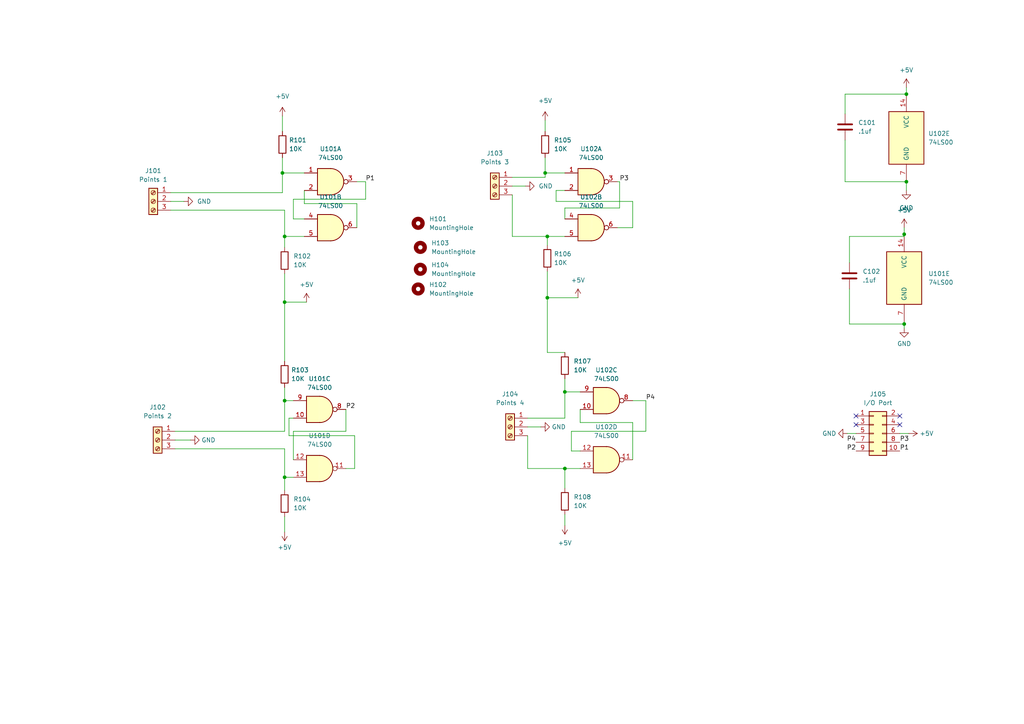
<source format=kicad_sch>
(kicad_sch (version 20211123) (generator eeschema)
  (paper "A4")
  (lib_symbols
    (symbol "74xx:74LS00" (pin_names (offset 1.016))
      (property "Reference" "U" (at 0 1.27 0))
      (property "Value" "74LS00" (at 0 -1.27 0))
      (symbol "74LS00_1_1"
        (arc (start 0 -3.81) (mid 3.81 0) (end 0 3.81) (stroke (width 0.254)) (fill (type background)))
        (polyline (pts (xy 0 3.81) (xy -3.81 3.81) (xy -3.81 -3.81) (xy 0 -3.81)) (stroke (width 0.254)) (fill (type background)))
        (pin input line (at -7.62 2.54 0) (length 3.81) (name "~") (number "1"))
        (pin input line (at -7.62 -2.54 0) (length 3.81) (name "~") (number "2"))
        (pin output inverted (at 7.62 0 180) (length 3.81) (name "~") (number "3"))
      )
      (symbol "74LS00_1_2"
        (arc (start -3.81 -3.81) (mid -2.589 0) (end -3.81 3.81) (stroke (width 0.254)))
        (arc (start -0.6096 -3.81) (mid 2.1842 -2.5851) (end 3.81 0) (stroke (width 0.254)) (fill (type background)))
        (polyline (pts (xy -3.81 -3.81) (xy -0.635 -3.81)) (stroke (width 0.254)) (fill (type background)))
        (polyline (pts (xy -3.81 3.81) (xy -0.635 3.81)) (stroke (width 0.254)) (fill (type background)))
        (polyline (pts (xy -0.635 3.81) (xy -3.81 3.81) (xy -3.81 3.81) (xy -3.556 3.4036) (xy -3.0226 2.2606) (xy -2.6924 1.0414) (xy -2.6162 -0.254) (xy -2.7686 -1.4986) (xy -3.175 -2.7178) (xy -3.81 -3.81) (xy -3.81 -3.81) (xy -0.635 -3.81)) (stroke (width -25.4)) (fill (type background)))
        (arc (start 3.81 0) (mid 2.1915 2.5936) (end -0.6096 3.81) (stroke (width 0.254)) (fill (type background)))
        (pin input inverted (at -7.62 2.54 0) (length 4.318) (name "~") (number "1"))
        (pin input inverted (at -7.62 -2.54 0) (length 4.318) (name "~") (number "2"))
        (pin output line (at 7.62 0 180) (length 3.81) (name "~") (number "3"))
      )
      (symbol "74LS00_2_1"
        (arc (start 0 -3.81) (mid 3.81 0) (end 0 3.81) (stroke (width 0.254)) (fill (type background)))
        (polyline (pts (xy 0 3.81) (xy -3.81 3.81) (xy -3.81 -3.81) (xy 0 -3.81)) (stroke (width 0.254)) (fill (type background)))
        (pin input line (at -7.62 2.54 0) (length 3.81) (name "~") (number "4"))
        (pin input line (at -7.62 -2.54 0) (length 3.81) (name "~") (number "5"))
        (pin output inverted (at 7.62 0 180) (length 3.81) (name "~") (number "6"))
      )
      (symbol "74LS00_2_2"
        (arc (start -3.81 -3.81) (mid -2.589 0) (end -3.81 3.81) (stroke (width 0.254)))
        (arc (start -0.6096 -3.81) (mid 2.1842 -2.5851) (end 3.81 0) (stroke (width 0.254)) (fill (type background)))
        (polyline (pts (xy -3.81 -3.81) (xy -0.635 -3.81)) (stroke (width 0.254)) (fill (type background)))
        (polyline (pts (xy -3.81 3.81) (xy -0.635 3.81)) (stroke (width 0.254)) (fill (type background)))
        (polyline (pts (xy -0.635 3.81) (xy -3.81 3.81) (xy -3.81 3.81) (xy -3.556 3.4036) (xy -3.0226 2.2606) (xy -2.6924 1.0414) (xy -2.6162 -0.254) (xy -2.7686 -1.4986) (xy -3.175 -2.7178) (xy -3.81 -3.81) (xy -3.81 -3.81) (xy -0.635 -3.81)) (stroke (width -25.4)) (fill (type background)))
        (arc (start 3.81 0) (mid 2.1915 2.5936) (end -0.6096 3.81) (stroke (width 0.254)) (fill (type background)))
        (pin input inverted (at -7.62 2.54 0) (length 4.318) (name "~") (number "4"))
        (pin input inverted (at -7.62 -2.54 0) (length 4.318) (name "~") (number "5"))
        (pin output line (at 7.62 0 180) (length 3.81) (name "~") (number "6"))
      )
      (symbol "74LS00_3_1"
        (arc (start 0 -3.81) (mid 3.81 0) (end 0 3.81) (stroke (width 0.254)) (fill (type background)))
        (polyline (pts (xy 0 3.81) (xy -3.81 3.81) (xy -3.81 -3.81) (xy 0 -3.81)) (stroke (width 0.254)) (fill (type background)))
        (pin input line (at -7.62 -2.54 0) (length 3.81) (name "~") (number "10"))
        (pin output inverted (at 7.62 0 180) (length 3.81) (name "~") (number "8"))
        (pin input line (at -7.62 2.54 0) (length 3.81) (name "~") (number "9"))
      )
      (symbol "74LS00_3_2"
        (arc (start -3.81 -3.81) (mid -2.589 0) (end -3.81 3.81) (stroke (width 0.254)))
        (arc (start -0.6096 -3.81) (mid 2.1842 -2.5851) (end 3.81 0) (stroke (width 0.254)) (fill (type background)))
        (polyline (pts (xy -3.81 -3.81) (xy -0.635 -3.81)) (stroke (width 0.254)) (fill (type background)))
        (polyline (pts (xy -3.81 3.81) (xy -0.635 3.81)) (stroke (width 0.254)) (fill (type background)))
        (polyline (pts (xy -0.635 3.81) (xy -3.81 3.81) (xy -3.81 3.81) (xy -3.556 3.4036) (xy -3.0226 2.2606) (xy -2.6924 1.0414) (xy -2.6162 -0.254) (xy -2.7686 -1.4986) (xy -3.175 -2.7178) (xy -3.81 -3.81) (xy -3.81 -3.81) (xy -0.635 -3.81)) (stroke (width -25.4)) (fill (type background)))
        (arc (start 3.81 0) (mid 2.1915 2.5936) (end -0.6096 3.81) (stroke (width 0.254)) (fill (type background)))
        (pin input inverted (at -7.62 -2.54 0) (length 4.318) (name "~") (number "10"))
        (pin output line (at 7.62 0 180) (length 3.81) (name "~") (number "8"))
        (pin input inverted (at -7.62 2.54 0) (length 4.318) (name "~") (number "9"))
      )
      (symbol "74LS00_4_1"
        (arc (start 0 -3.81) (mid 3.81 0) (end 0 3.81) (stroke (width 0.254)) (fill (type background)))
        (polyline (pts (xy 0 3.81) (xy -3.81 3.81) (xy -3.81 -3.81) (xy 0 -3.81)) (stroke (width 0.254)) (fill (type background)))
        (pin output inverted (at 7.62 0 180) (length 3.81) (name "~") (number "11"))
        (pin input line (at -7.62 2.54 0) (length 3.81) (name "~") (number "12"))
        (pin input line (at -7.62 -2.54 0) (length 3.81) (name "~") (number "13"))
      )
      (symbol "74LS00_4_2"
        (arc (start -3.81 -3.81) (mid -2.589 0) (end -3.81 3.81) (stroke (width 0.254)))
        (arc (start -0.6096 -3.81) (mid 2.1842 -2.5851) (end 3.81 0) (stroke (width 0.254)) (fill (type background)))
        (polyline (pts (xy -3.81 -3.81) (xy -0.635 -3.81)) (stroke (width 0.254)) (fill (type background)))
        (polyline (pts (xy -3.81 3.81) (xy -0.635 3.81)) (stroke (width 0.254)) (fill (type background)))
        (polyline (pts (xy -0.635 3.81) (xy -3.81 3.81) (xy -3.81 3.81) (xy -3.556 3.4036) (xy -3.0226 2.2606) (xy -2.6924 1.0414) (xy -2.6162 -0.254) (xy -2.7686 -1.4986) (xy -3.175 -2.7178) (xy -3.81 -3.81) (xy -3.81 -3.81) (xy -0.635 -3.81)) (stroke (width -25.4)) (fill (type background)))
        (arc (start 3.81 0) (mid 2.1915 2.5936) (end -0.6096 3.81) (stroke (width 0.254)) (fill (type background)))
        (pin output line (at 7.62 0 180) (length 3.81) (name "~") (number "11"))
        (pin input inverted (at -7.62 2.54 0) (length 4.318) (name "~") (number "12"))
        (pin input inverted (at -7.62 -2.54 0) (length 4.318) (name "~") (number "13"))
      )
      (symbol "74LS00_5_0"
        (pin power_in line (at 0 12.7 270) (length 5.08) (name "VCC") (number "14"))
        (pin power_in line (at 0 -12.7 90) (length 5.08) (name "GND") (number "7"))
      )
      (symbol "74LS00_5_1"
        (rectangle (start -5.08 7.62) (end 5.08 -7.62) (stroke (width 0.254)) (fill (type background)))
      )
    )
    (symbol "Connector:Screw_Terminal_01x03" (pin_names (offset 1.016) hide)
      (property "Reference" "J" (at 0 5.08 0))
      (property "Value" "Screw_Terminal_01x03" (at 0 -5.08 0))
      (symbol "Screw_Terminal_01x03_1_1"
        (rectangle (start -1.27 3.81) (end 1.27 -3.81) (stroke (width 0.254)) (fill (type background)))
        (circle (center 0 -2.54) (radius 0.635) (stroke (width 0.1524)))
        (polyline (pts (xy -0.5334 -2.2098) (xy 0.3302 -3.048)) (stroke (width 0.1524)))
        (polyline (pts (xy -0.5334 0.3302) (xy 0.3302 -0.508)) (stroke (width 0.1524)))
        (polyline (pts (xy -0.5334 2.8702) (xy 0.3302 2.032)) (stroke (width 0.1524)))
        (polyline (pts (xy -0.3556 -2.032) (xy 0.508 -2.8702)) (stroke (width 0.1524)))
        (polyline (pts (xy -0.3556 0.508) (xy 0.508 -0.3302)) (stroke (width 0.1524)))
        (polyline (pts (xy -0.3556 3.048) (xy 0.508 2.2098)) (stroke (width 0.1524)))
        (circle (center 0 0) (radius 0.635) (stroke (width 0.1524)))
        (circle (center 0 2.54) (radius 0.635) (stroke (width 0.1524)))
        (pin passive line (at -5.08 2.54 0) (length 3.81) (name "Pin_1") (number "1"))
        (pin passive line (at -5.08 0 0) (length 3.81) (name "Pin_2") (number "2"))
        (pin passive line (at -5.08 -2.54 0) (length 3.81) (name "Pin_3") (number "3"))
      )
    )
    (symbol "Connector_Generic:Conn_02x05_Odd_Even" (pin_names (offset 1.016) hide)
      (property "Reference" "J" (at 1.27 7.62 0))
      (property "Value" "Conn_02x05_Odd_Even" (at 1.27 -7.62 0))
      (symbol "Conn_02x05_Odd_Even_1_1"
        (rectangle (start -1.27 -4.953) (end 0 -5.207) (stroke (width 0.1524)))
        (rectangle (start -1.27 -2.413) (end 0 -2.667) (stroke (width 0.1524)))
        (rectangle (start -1.27 0.127) (end 0 -0.127) (stroke (width 0.1524)))
        (rectangle (start -1.27 2.667) (end 0 2.413) (stroke (width 0.1524)))
        (rectangle (start -1.27 5.207) (end 0 4.953) (stroke (width 0.1524)))
        (rectangle (start -1.27 6.35) (end 3.81 -6.35) (stroke (width 0.254)) (fill (type background)))
        (rectangle (start 3.81 -4.953) (end 2.54 -5.207) (stroke (width 0.1524)))
        (rectangle (start 3.81 -2.413) (end 2.54 -2.667) (stroke (width 0.1524)))
        (rectangle (start 3.81 0.127) (end 2.54 -0.127) (stroke (width 0.1524)))
        (rectangle (start 3.81 2.667) (end 2.54 2.413) (stroke (width 0.1524)))
        (rectangle (start 3.81 5.207) (end 2.54 4.953) (stroke (width 0.1524)))
        (pin passive line (at -5.08 5.08 0) (length 3.81) (name "Pin_1") (number "1"))
        (pin passive line (at 7.62 -5.08 180) (length 3.81) (name "Pin_10") (number "10"))
        (pin passive line (at 7.62 5.08 180) (length 3.81) (name "Pin_2") (number "2"))
        (pin passive line (at -5.08 2.54 0) (length 3.81) (name "Pin_3") (number "3"))
        (pin passive line (at 7.62 2.54 180) (length 3.81) (name "Pin_4") (number "4"))
        (pin passive line (at -5.08 0 0) (length 3.81) (name "Pin_5") (number "5"))
        (pin passive line (at 7.62 0 180) (length 3.81) (name "Pin_6") (number "6"))
        (pin passive line (at -5.08 -2.54 0) (length 3.81) (name "Pin_7") (number "7"))
        (pin passive line (at 7.62 -2.54 180) (length 3.81) (name "Pin_8") (number "8"))
        (pin passive line (at -5.08 -5.08 0) (length 3.81) (name "Pin_9") (number "9"))
      )
    )
    (symbol "Device:C" (pin_numbers hide) (pin_names (offset 0.254))
      (property "Reference" "C" (at 0.635 2.54 0))
      (property "Value" "C" (at 0.635 -2.54 0))
      (symbol "C_0_1"
        (polyline (pts (xy -2.032 -0.762) (xy 2.032 -0.762)) (stroke (width 0.508)))
        (polyline (pts (xy -2.032 0.762) (xy 2.032 0.762)) (stroke (width 0.508)))
      )
      (symbol "C_1_1"
        (pin passive line (at 0 3.81 270) (length 2.794) (name "~") (number "1"))
        (pin passive line (at 0 -3.81 90) (length 2.794) (name "~") (number "2"))
      )
    )
    (symbol "Device:R" (pin_numbers hide) (pin_names (offset 0))
      (property "Reference" "R" (at 2.032 0 90))
      (property "Value" "R" (at 0 0 90))
      (symbol "R_0_1"
        (rectangle (start -1.016 -2.54) (end 1.016 2.54) (stroke (width 0.254)))
      )
      (symbol "R_1_1"
        (pin passive line (at 0 3.81 270) (length 1.27) (name "~") (number "1"))
        (pin passive line (at 0 -3.81 90) (length 1.27) (name "~") (number "2"))
      )
    )
    (symbol "Mechanical:MountingHole" (pin_names (offset 1.016))
      (property "Reference" "H" (at 0 5.08 0))
      (property "Value" "MountingHole" (at 0 3.175 0))
      (symbol "MountingHole_0_1"
        (circle (center 0 0) (radius 1.27) (stroke (width 1.27)))
      )
    )
    (symbol "power:+5V" (power) (pin_names (offset 0))
      (property "Value" "+5V" (at 0 3.556 0))
      (symbol "+5V_0_1"
        (polyline (pts (xy -0.762 1.27) (xy 0 2.54)))
        (polyline (pts (xy 0 0) (xy 0 2.54)))
        (polyline (pts (xy 0 2.54) (xy 0.762 1.27)))
      )
      (symbol "+5V_1_1"
        (pin power_in line (at 0 0 90) (length 0) hide (name "+5V") (number "1"))
      )
    )
    (symbol "power:GND" (power) (pin_names (offset 0))
      (property "Value" "GND" (at 0 -3.81 0))
      (symbol "GND_0_1"
        (polyline (pts (xy 0 0) (xy 0 -1.27) (xy 1.27 -1.27) (xy 0 -2.54) (xy -1.27 -1.27) (xy 0 -1.27)))
      )
      (symbol "GND_1_1"
        (pin power_in line (at 0 0 270) (length 0) hide (name "GND") (number "1"))
      )
    )
  )
  (junction (at 163.83 113.665))
  (junction (at 262.255 93.98))
  (junction (at 262.255 67.945))
  (junction (at 81.915 50.165))
  (junction (at 262.89 52.705))
  (junction (at 158.75 86.36))
  (junction (at 82.55 138.43))
  (junction (at 82.55 68.58))
  (junction (at 158.75 68.58))
  (junction (at 163.83 135.89))
  (junction (at 82.55 87.63))
  (junction (at 82.55 116.205))
  (junction (at 158.115 50.165))
  (junction (at 262.89 27.305))
  (no_connect (at 248.285 120.65))
  (no_connect (at 248.285 123.19))
  (no_connect (at 260.985 120.65))
  (no_connect (at 260.985 123.19))
  (wire (pts (xy 161.29 55.245) (xy 161.29 58.42)))
  (wire (pts (xy 246.38 83.82) (xy 246.38 93.98)))
  (wire (pts (xy 158.115 51.435) (xy 158.115 50.165)))
  (wire (pts (xy 103.505 59.055) (xy 103.505 66.04)))
  (wire (pts (xy 183.515 122.555) (xy 183.515 133.35)))
  (wire (pts (xy 262.89 25.4) (xy 262.89 27.305)))
  (wire (pts (xy 153.035 121.285) (xy 163.83 121.285)))
  (wire (pts (xy 85.09 125.095) (xy 85.09 133.35)))
  (wire (pts (xy 262.89 27.305) (xy 245.11 27.305)))
  (wire (pts (xy 49.53 58.42) (xy 53.34 58.42)))
  (wire (pts (xy 262.255 93.98) (xy 262.255 95.25)))
  (wire (pts (xy 100.33 135.89) (xy 102.87 135.89)))
  (wire (pts (xy 88.265 59.055) (xy 103.505 59.055)))
  (wire (pts (xy 82.55 112.395) (xy 82.55 116.205)))
  (wire (pts (xy 50.8 127.635) (xy 55.245 127.635)))
  (wire (pts (xy 82.55 138.43) (xy 85.09 138.43)))
  (wire (pts (xy 163.83 63.5) (xy 163.83 60.325)))
  (wire (pts (xy 106.045 57.785) (xy 85.09 57.785)))
  (wire (pts (xy 165.735 125.095) (xy 187.325 125.095)))
  (wire (pts (xy 163.83 109.855) (xy 163.83 113.665)))
  (wire (pts (xy 82.55 138.43) (xy 82.55 142.24)))
  (wire (pts (xy 163.83 60.325) (xy 179.705 60.325)))
  (wire (pts (xy 153.035 135.89) (xy 163.83 135.89)))
  (wire (pts (xy 82.55 87.63) (xy 88.9 87.63)))
  (wire (pts (xy 81.915 55.88) (xy 81.915 50.165)))
  (wire (pts (xy 158.75 78.74) (xy 158.75 86.36)))
  (wire (pts (xy 168.275 118.745) (xy 168.275 122.555)))
  (wire (pts (xy 183.515 66.04) (xy 179.07 66.04)))
  (wire (pts (xy 158.75 86.36) (xy 158.75 102.235)))
  (wire (pts (xy 262.255 93.345) (xy 262.255 93.98)))
  (wire (pts (xy 148.59 56.515) (xy 148.59 68.58)))
  (wire (pts (xy 82.55 87.63) (xy 82.55 104.775)))
  (wire (pts (xy 163.83 55.245) (xy 161.29 55.245)))
  (wire (pts (xy 262.89 52.705) (xy 262.89 55.245)))
  (wire (pts (xy 82.55 149.86) (xy 82.55 154.305)))
  (wire (pts (xy 187.325 116.205) (xy 183.515 116.205)))
  (wire (pts (xy 50.8 125.095) (xy 82.55 125.095)))
  (wire (pts (xy 102.87 135.89) (xy 102.87 126.365)))
  (wire (pts (xy 168.275 135.89) (xy 163.83 135.89)))
  (wire (pts (xy 153.035 126.365) (xy 153.035 135.89)))
  (wire (pts (xy 103.505 52.705) (xy 106.045 52.705)))
  (wire (pts (xy 81.915 50.165) (xy 88.265 50.165)))
  (wire (pts (xy 153.035 123.825) (xy 156.845 123.825)))
  (wire (pts (xy 163.83 113.665) (xy 168.275 113.665)))
  (wire (pts (xy 82.55 116.205) (xy 85.09 116.205)))
  (wire (pts (xy 168.275 130.81) (xy 165.735 130.81)))
  (wire (pts (xy 82.55 125.095) (xy 82.55 116.205)))
  (wire (pts (xy 158.115 50.165) (xy 158.115 45.72)))
  (wire (pts (xy 161.29 58.42) (xy 183.515 58.42)))
  (wire (pts (xy 183.515 58.42) (xy 183.515 66.04)))
  (wire (pts (xy 163.83 68.58) (xy 158.75 68.58)))
  (wire (pts (xy 187.325 125.095) (xy 187.325 116.205)))
  (wire (pts (xy 102.87 126.365) (xy 83.82 126.365)))
  (wire (pts (xy 262.255 66.04) (xy 262.255 67.945)))
  (wire (pts (xy 158.75 68.58) (xy 158.75 71.12)))
  (wire (pts (xy 106.045 52.705) (xy 106.045 57.785)))
  (wire (pts (xy 81.915 45.72) (xy 81.915 50.165)))
  (wire (pts (xy 158.75 86.36) (xy 167.64 86.36)))
  (wire (pts (xy 179.705 60.325) (xy 179.705 52.705)))
  (wire (pts (xy 85.09 57.785) (xy 85.09 63.5)))
  (wire (pts (xy 49.53 60.96) (xy 82.55 60.96)))
  (wire (pts (xy 246.38 68.58) (xy 262.255 68.58)))
  (wire (pts (xy 100.33 118.745) (xy 100.33 125.095)))
  (wire (pts (xy 245.11 52.705) (xy 245.11 40.64)))
  (wire (pts (xy 262.89 52.705) (xy 245.11 52.705)))
  (wire (pts (xy 163.83 50.165) (xy 158.115 50.165)))
  (wire (pts (xy 85.09 63.5) (xy 88.265 63.5)))
  (wire (pts (xy 168.275 122.555) (xy 183.515 122.555)))
  (wire (pts (xy 49.53 55.88) (xy 81.915 55.88)))
  (wire (pts (xy 100.33 125.095) (xy 85.09 125.095)))
  (wire (pts (xy 158.75 102.235) (xy 163.83 102.235)))
  (wire (pts (xy 148.59 68.58) (xy 158.75 68.58)))
  (wire (pts (xy 82.55 60.96) (xy 82.55 68.58)))
  (wire (pts (xy 246.38 76.2) (xy 246.38 68.58)))
  (wire (pts (xy 81.915 33.655) (xy 81.915 38.1)))
  (wire (pts (xy 165.735 130.81) (xy 165.735 125.095)))
  (wire (pts (xy 82.55 79.375) (xy 82.55 87.63)))
  (wire (pts (xy 245.745 125.73) (xy 248.285 125.73)))
  (wire (pts (xy 179.705 52.705) (xy 179.07 52.705)))
  (wire (pts (xy 246.38 93.98) (xy 262.255 93.98)))
  (wire (pts (xy 245.11 27.305) (xy 245.11 33.02)))
  (wire (pts (xy 82.55 71.755) (xy 82.55 68.58)))
  (wire (pts (xy 163.83 135.89) (xy 163.83 141.605)))
  (wire (pts (xy 83.82 126.365) (xy 83.82 121.285)))
  (wire (pts (xy 163.83 121.285) (xy 163.83 113.665)))
  (wire (pts (xy 83.82 121.285) (xy 85.09 121.285)))
  (wire (pts (xy 82.55 68.58) (xy 88.265 68.58)))
  (wire (pts (xy 148.59 51.435) (xy 158.115 51.435)))
  (wire (pts (xy 50.8 130.175) (xy 82.55 130.175)))
  (wire (pts (xy 262.255 68.58) (xy 262.255 67.945)))
  (wire (pts (xy 158.115 34.925) (xy 158.115 38.1)))
  (wire (pts (xy 260.985 125.73) (xy 263.525 125.73)))
  (wire (pts (xy 82.55 130.175) (xy 82.55 138.43)))
  (wire (pts (xy 88.265 55.245) (xy 88.265 59.055)))
  (wire (pts (xy 148.59 53.975) (xy 152.4 53.975)))
  (wire (pts (xy 163.83 149.225) (xy 163.83 152.4)))
  (label "P3" (at 260.985 128.27 0))
  (label "P1" (at 106.045 52.705 0))
  (label "P3" (at 179.705 52.705 0))
  (label "P2" (at 248.285 130.81 180))
  (label "P4" (at 187.325 116.205 0))
  (label "P2" (at 100.33 118.745 0))
  (label "P4" (at 248.285 128.27 180))
  (label "P1" (at 260.985 130.81 0))
  (symbol (lib_id "power:+5V") (at 163.83 152.4 180) (unit 1)
    (property "Reference" "#PWR0109" (effects hide))
    (property "Value" "+5V" (at 163.83 157.48 0))
  )
  (symbol (lib_id "74xx:74LS00") (at 175.895 133.35 0) (unit 4)
    (property "Reference" "U102" (at 175.895 123.825 0))
    (property "Value" "74LS00" (at 175.895 126.365 0))
    (property "Footprint" "Package_SO:SOIC-14_3.9x8.7mm_P1.27mm" (effects hide))
    (property "Datasheet" "http://www.ti.com/lit/gpn/sn74ls00" (effects hide))
    (property "Mouser Part Number" "595-SN74LS00DR" (effects hide))
  )
  (symbol (lib_id "Connector:Screw_Terminal_01x03") (at 143.51 53.975 0) (mirror y) (unit 1)
    (property "Reference" "J103" (at 143.51 44.45 0))
    (property "Value" "Points 3" (at 143.51 46.99 0))
    (property "Footprint" "TerminalBlock_TE-Connectivity:TerminalBlock_TE_282834-3_1x03_P2.54mm_Horizontal" (effects hide))
  )
  (symbol (lib_id "power:+5V") (at 167.64 86.36 0) (unit 1)
    (property "Reference" "#PWR0110" (effects hide))
    (property "Value" "+5V" (at 167.64 81.28 0))
  )
  (symbol (lib_id "74xx:74LS00") (at 175.895 116.205 0) (unit 3)
    (property "Reference" "U102" (at 175.895 107.315 0))
    (property "Value" "74LS00" (at 175.895 109.855 0))
    (property "Footprint" "Package_SO:SOIC-14_3.9x8.7mm_P1.27mm" (effects hide))
    (property "Datasheet" "http://www.ti.com/lit/gpn/sn74ls00" (effects hide))
    (property "Mouser Part Number" "595-SN74LS00DR" (effects hide))
  )
  (symbol (lib_id "74xx:74LS00") (at 92.71 118.745 0) (unit 3)
    (property "Reference" "U101" (at 92.71 109.855 0))
    (property "Value" "74LS00" (at 92.71 112.395 0))
    (property "Footprint" "Package_SO:SOIC-14_3.9x8.7mm_P1.27mm" (effects hide))
    (property "Datasheet" "http://www.ti.com/lit/gpn/sn74ls00" (effects hide))
    (property "Mouser Part Number" "595-SN74LS00DR" (effects hide))
  )
  (symbol (lib_id "Device:R") (at 81.915 41.91 0) (unit 1)
    (property "Reference" "R101" (at 83.82 40.6399 0) (effects (justify left)))
    (property "Value" "10K" (at 83.82 43.1799 0) (effects (justify left)))
    (property "Footprint" "Resistor_SMD:R_0603_1608Metric" (effects hide))
    (property "Mouser Part Number" "603-AC0603DR-0710KL" (effects hide))
  )
  (symbol (lib_id "power:+5V") (at 262.255 66.04 0) (unit 1)
    (property "Reference" "#PWR0112" (effects hide))
    (property "Value" "+5V" (at 262.255 60.96 0))
  )
  (symbol (lib_id "power:GND") (at 152.4 53.975 90) (unit 1)
    (property "Reference" "#PWR0106" (effects hide))
    (property "Value" "GND" (at 156.21 53.9749 90) (effects (justify right)))
  )
  (symbol (lib_id "74xx:74LS00") (at 262.89 40.005 0) (unit 5)
    (property "Reference" "U102" (at 269.24 38.7349 0) (effects (justify left)))
    (property "Value" "74LS00" (at 269.24 41.2749 0) (effects (justify left)))
    (property "Footprint" "Package_SO:SOIC-14_3.9x8.7mm_P1.27mm" (effects hide))
    (property "Datasheet" "http://www.ti.com/lit/gpn/sn74ls00" (effects hide))
    (property "Mouser Part Number" "595-SN74LS00DR" (effects hide))
  )
  (symbol (lib_id "74xx:74LS00") (at 92.71 135.89 0) (unit 4)
    (property "Reference" "U101" (at 92.71 126.365 0))
    (property "Value" "74LS00" (at 92.71 128.905 0))
    (property "Footprint" "Package_SO:SOIC-14_3.9x8.7mm_P1.27mm" (effects hide))
    (property "Datasheet" "http://www.ti.com/lit/gpn/sn74ls00" (effects hide))
    (property "Mouser Part Number" "595-SN74LS00DR" (effects hide))
  )
  (symbol (lib_id "Device:R") (at 82.55 108.585 0) (unit 1)
    (property "Reference" "R103" (at 84.455 107.3149 0) (effects (justify left)))
    (property "Value" "10K" (at 84.455 109.8549 0) (effects (justify left)))
    (property "Footprint" "Resistor_SMD:R_0603_1608Metric" (effects hide))
    (property "Mouser Part Number" "603-AC0603DR-0710KL" (effects hide))
  )
  (symbol (lib_id "Mechanical:MountingHole") (at 121.92 78.105 0) (unit 1)
    (property "Reference" "H104" (at 125.095 76.8349 0) (effects (justify left)))
    (property "Value" "MountingHole" (at 125.095 79.3749 0) (effects (justify left)))
    (property "Footprint" "MountingHole:MountingHole_3.5mm" (effects hide))
  )
  (symbol (lib_id "Connector_Generic:Conn_02x05_Odd_Even") (at 253.365 125.73 0) (unit 1)
    (property "Reference" "J105" (at 254.635 114.3 0))
    (property "Value" "I/O Port" (at 254.635 116.84 0))
    (property "Footprint" "Connector_IDC:IDC-Header_2x05_P2.54mm_Vertical" (effects hide))
  )
  (symbol (lib_id "Device:C") (at 246.38 80.01 0) (unit 1)
    (property "Reference" "C102" (at 250.19 78.7399 0) (effects (justify left)))
    (property "Value" ".1uf" (at 250.19 81.2799 0) (effects (justify left)))
    (property "Footprint" "Capacitor_SMD:C_0603_1608Metric" (effects hide))
    (property "Mouser Part Number" "581-KAM15AR71C104KM" (effects hide))
  )
  (symbol (lib_id "Connector:Screw_Terminal_01x03") (at 45.72 127.635 0) (mirror y) (unit 1)
    (property "Reference" "J102" (at 45.72 118.11 0))
    (property "Value" "Points 2" (at 45.72 120.65 0))
    (property "Footprint" "TerminalBlock_TE-Connectivity:TerminalBlock_TE_282834-3_1x03_P2.54mm_Horizontal" (effects hide))
  )
  (symbol (lib_id "Connector:Screw_Terminal_01x03") (at 147.955 123.825 0) (mirror y) (unit 1)
    (property "Reference" "J104" (at 147.955 114.3 0))
    (property "Value" "Points 4" (at 147.955 116.84 0))
    (property "Footprint" "TerminalBlock_TE-Connectivity:TerminalBlock_TE_282834-3_1x03_P2.54mm_Horizontal" (effects hide))
  )
  (symbol (lib_id "power:+5V") (at 158.115 34.925 0) (unit 1)
    (property "Reference" "#PWR0108" (effects hide))
    (property "Value" "+5V" (at 158.115 29.21 0))
  )
  (symbol (lib_id "Device:R") (at 163.83 106.045 0) (unit 1)
    (property "Reference" "R107" (at 166.37 104.7749 0) (effects (justify left)))
    (property "Value" "10K" (at 166.37 107.3149 0) (effects (justify left)))
    (property "Footprint" "Resistor_SMD:R_0603_1608Metric" (effects hide))
    (property "Mouser Part Number" "603-AC0603DR-0710KL" (effects hide))
  )
  (symbol (lib_id "power:GND") (at 156.845 123.825 90) (unit 1)
    (property "Reference" "#PWR0107" (effects hide))
    (property "Value" "GND" (at 160.02 123.8249 90) (effects (justify right)))
  )
  (symbol (lib_id "Mechanical:MountingHole") (at 121.285 64.77 0) (unit 1)
    (property "Reference" "H101" (at 124.46 63.4999 0) (effects (justify left)))
    (property "Value" "MountingHole" (at 124.46 66.0399 0) (effects (justify left)))
    (property "Footprint" "MountingHole:MountingHole_3.5mm" (effects hide))
  )
  (symbol (lib_id "power:+5V") (at 262.89 25.4 0) (unit 1)
    (property "Reference" "#PWR0114" (effects hide))
    (property "Value" "+5V" (at 262.89 20.32 0))
  )
  (symbol (lib_id "power:GND") (at 262.89 55.245 0) (unit 1)
    (property "Reference" "#PWR0115" (effects hide))
    (property "Value" "GND" (at 262.89 60.325 0))
  )
  (symbol (lib_id "power:GND") (at 245.745 125.73 270) (unit 1)
    (property "Reference" "#PWR0111" (effects hide))
    (property "Value" "GND" (at 242.57 125.7299 90) (effects (justify right)))
  )
  (symbol (lib_id "74xx:74LS00") (at 95.885 52.705 0) (unit 1)
    (property "Reference" "U101" (at 95.885 43.18 0))
    (property "Value" "74LS00" (at 95.885 45.72 0))
    (property "Footprint" "Package_SO:SOIC-14_3.9x8.7mm_P1.27mm" (effects hide))
    (property "Datasheet" "http://www.ti.com/lit/gpn/sn74ls00" (effects hide))
    (property "Mouser Part Number" "595-SN74LS00DR" (effects hide))
  )
  (symbol (lib_id "74xx:74LS00") (at 171.45 66.04 0) (unit 2)
    (property "Reference" "U102" (at 171.45 57.15 0))
    (property "Value" "74LS00" (at 171.45 59.69 0))
    (property "Footprint" "Package_SO:SOIC-14_3.9x8.7mm_P1.27mm" (effects hide))
    (property "Datasheet" "http://www.ti.com/lit/gpn/sn74ls00" (effects hide))
    (property "Mouser Part Number" "595-SN74LS00DR" (effects hide))
  )
  (symbol (lib_id "74xx:74LS00") (at 262.255 80.645 0) (unit 5)
    (property "Reference" "U101" (at 269.24 79.3749 0) (effects (justify left)))
    (property "Value" "74LS00" (at 269.24 81.9149 0) (effects (justify left)))
    (property "Footprint" "Package_SO:SOIC-14_3.9x8.7mm_P1.27mm" (effects hide))
    (property "Datasheet" "http://www.ti.com/lit/gpn/sn74ls00" (effects hide))
    (property "Mouser Part Number" "595-SN74LS00DR" (effects hide))
  )
  (symbol (lib_id "74xx:74LS00") (at 95.885 66.04 0) (unit 2)
    (property "Reference" "U101" (at 95.885 57.15 0))
    (property "Value" "74LS00" (at 95.885 59.69 0))
    (property "Footprint" "Package_SO:SOIC-14_3.9x8.7mm_P1.27mm" (effects hide))
    (property "Datasheet" "http://www.ti.com/lit/gpn/sn74ls00" (effects hide))
    (property "Mouser Part Number" "595-SN74LS00DR" (effects hide))
  )
  (symbol (lib_id "power:GND") (at 262.255 95.25 0) (unit 1)
    (property "Reference" "#PWR0113" (effects hide))
    (property "Value" "GND" (at 262.255 99.695 0))
  )
  (symbol (lib_id "Device:R") (at 163.83 145.415 0) (unit 1)
    (property "Reference" "R108" (at 166.37 144.1449 0) (effects (justify left)))
    (property "Value" "10K" (at 166.37 146.6849 0) (effects (justify left)))
    (property "Footprint" "Resistor_SMD:R_0603_1608Metric" (effects hide))
    (property "Mouser Part Number" "603-AC0603DR-0710KL" (effects hide))
  )
  (symbol (lib_id "power:GND") (at 53.34 58.42 90) (unit 1)
    (property "Reference" "#PWR0101" (effects hide))
    (property "Value" "GND" (at 57.15 58.4199 90) (effects (justify right)))
  )
  (symbol (lib_id "power:+5V") (at 82.55 154.305 180) (unit 1)
    (property "Reference" "#PWR0104" (effects hide))
    (property "Value" "+5V" (at 82.55 158.75 0))
  )
  (symbol (lib_id "Device:R") (at 158.75 74.93 0) (unit 1)
    (property "Reference" "R106" (at 160.655 73.6599 0) (effects (justify left)))
    (property "Value" "10K" (at 160.655 76.1999 0) (effects (justify left)))
    (property "Footprint" "Resistor_SMD:R_0603_1608Metric" (effects hide))
    (property "Mouser Part Number" "603-AC0603DR-0710KL" (effects hide))
  )
  (symbol (lib_id "Mechanical:MountingHole") (at 121.92 71.755 0) (unit 1)
    (property "Reference" "H103" (at 125.095 70.4849 0) (effects (justify left)))
    (property "Value" "MountingHole" (at 125.095 73.0249 0) (effects (justify left)))
    (property "Footprint" "MountingHole:MountingHole_3.5mm" (effects hide))
  )
  (symbol (lib_id "Connector:Screw_Terminal_01x03") (at 44.45 58.42 0) (mirror y) (unit 1)
    (property "Reference" "J101" (at 44.45 49.53 0))
    (property "Value" "Points 1" (at 44.45 52.07 0))
    (property "Footprint" "TerminalBlock_TE-Connectivity:TerminalBlock_TE_282834-3_1x03_P2.54mm_Horizontal" (effects hide))
  )
  (symbol (lib_id "power:+5V") (at 81.915 33.655 0) (unit 1)
    (property "Reference" "#PWR0103" (effects hide))
    (property "Value" "+5V" (at 81.915 27.94 0))
  )
  (symbol (lib_id "Device:R") (at 158.115 41.91 0) (unit 1)
    (property "Reference" "R105" (at 160.655 40.6399 0) (effects (justify left)))
    (property "Value" "10K" (at 160.655 43.1799 0) (effects (justify left)))
    (property "Footprint" "Resistor_SMD:R_0603_1608Metric" (effects hide))
    (property "Mouser Part Number" "603-AC0603DR-0710KL" (effects hide))
  )
  (symbol (lib_id "power:+5V") (at 88.9 87.63 0) (unit 1)
    (property "Reference" "#PWR0105" (effects hide))
    (property "Value" "+5V" (at 88.9 82.55 0))
  )
  (symbol (lib_id "power:+5V") (at 263.525 125.73 270) (unit 1)
    (property "Reference" "#PWR0116" (effects hide))
    (property "Value" "+5V" (at 266.7 125.7299 90) (effects (justify left)))
  )
  (symbol (lib_id "74xx:74LS00") (at 171.45 52.705 0) (unit 1)
    (property "Reference" "U102" (at 171.45 43.18 0))
    (property "Value" "74LS00" (at 171.45 45.72 0))
    (property "Footprint" "Package_SO:SOIC-14_3.9x8.7mm_P1.27mm" (effects hide))
    (property "Datasheet" "http://www.ti.com/lit/gpn/sn74ls00" (effects hide))
    (property "Mouser Part Number" "595-SN74LS00DR" (effects hide))
  )
  (symbol (lib_id "power:GND") (at 55.245 127.635 90) (unit 1)
    (property "Reference" "#PWR0102" (effects hide))
    (property "Value" "GND" (at 58.42 127.6349 90) (effects (justify right)))
  )
  (symbol (lib_id "Mechanical:MountingHole") (at 121.285 83.82 0) (unit 1)
    (property "Reference" "H102" (at 124.46 82.5499 0) (effects (justify left)))
    (property "Value" "MountingHole" (at 124.46 85.0899 0) (effects (justify left)))
    (property "Footprint" "MountingHole:MountingHole_3.5mm" (effects hide))
  )
  (symbol (lib_id "Device:C") (at 245.11 36.83 0) (unit 1)
    (property "Reference" "C101" (at 248.92 35.5599 0) (effects (justify left)))
    (property "Value" ".1uf" (at 248.92 38.0999 0) (effects (justify left)))
    (property "Footprint" "Capacitor_SMD:C_0603_1608Metric" (effects hide))
    (property "Mouser Part Number" "581-KAM15AR71C104KM" (effects hide))
  )
  (symbol (lib_id "Device:R") (at 82.55 146.05 0) (unit 1)
    (property "Reference" "R104" (at 85.09 144.7799 0) (effects (justify left)))
    (property "Value" "10K" (at 85.09 147.3199 0) (effects (justify left)))
    (property "Footprint" "Resistor_SMD:R_0603_1608Metric" (effects hide))
    (property "Mouser Part Number" "603-AC0603DR-0710KL" (effects hide))
  )
  (symbol (lib_id "Device:R") (at 82.55 75.565 0) (unit 1)
    (property "Reference" "R102" (at 85.09 74.2949 0) (effects (justify left)))
    (property "Value" "10K" (at 85.09 76.8349 0) (effects (justify left)))
    (property "Footprint" "Resistor_SMD:R_0603_1608Metric" (effects hide))
    (property "Mouser Part Number" "603-AC0603DR-0710KL" (effects hide))
  )
)
</source>
